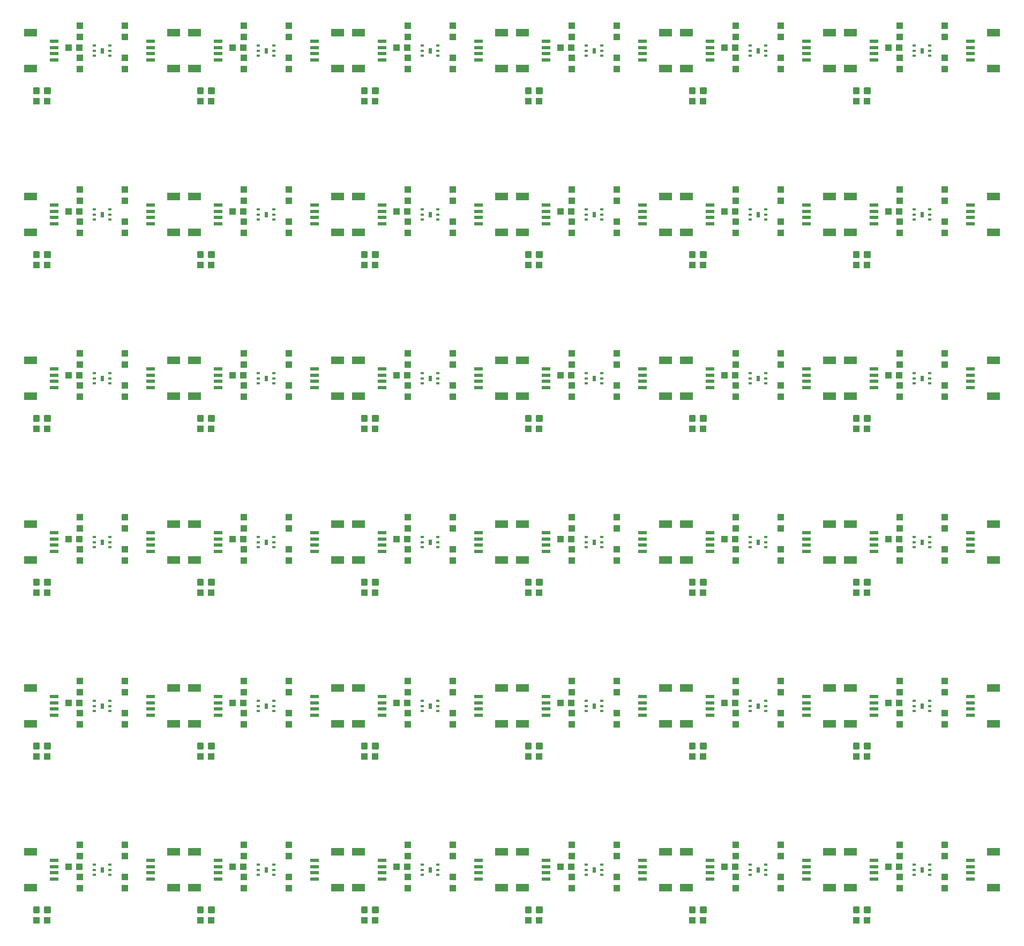
<source format=gtp>
G04 EAGLE Gerber RS-274X export*
G75*
%MOMM*%
%FSLAX34Y34*%
%LPD*%
%INSolderpaste Top*%
%IPPOS*%
%AMOC8*
5,1,8,0,0,1.08239X$1,22.5*%
G01*
%ADD10R,2.000000X1.200000*%
%ADD11R,1.350000X0.600000*%
%ADD12R,1.000000X1.100000*%
%ADD13R,1.100000X1.000000*%
%ADD14C,0.300000*%
%ADD15R,0.550000X0.400000*%
%ADD16R,0.600000X0.850000*%


D10*
X14050Y155000D03*
X14050Y99000D03*
D11*
X50800Y142000D03*
X50800Y132000D03*
X50800Y122000D03*
X50800Y112000D03*
D12*
X162560Y115180D03*
X162560Y98180D03*
D10*
X239950Y99000D03*
X239950Y155000D03*
D11*
X203200Y112000D03*
X203200Y122000D03*
X203200Y132000D03*
X203200Y142000D03*
D13*
X40250Y46990D03*
X23250Y46990D03*
D14*
X26480Y60000D02*
X26480Y67000D01*
X26480Y60000D02*
X19480Y60000D01*
X19480Y67000D01*
X26480Y67000D01*
X26480Y62850D02*
X19480Y62850D01*
X19480Y65700D02*
X26480Y65700D01*
X44020Y67000D02*
X44020Y60000D01*
X37020Y60000D01*
X37020Y67000D01*
X44020Y67000D01*
X44020Y62850D02*
X37020Y62850D01*
X37020Y65700D02*
X44020Y65700D01*
D12*
X91440Y148980D03*
X91440Y165980D03*
X162560Y148980D03*
X162560Y165980D03*
D15*
X114500Y135000D03*
X114500Y127000D03*
X114500Y119000D03*
X139500Y135000D03*
X139500Y127000D03*
X139500Y119000D03*
D16*
X127000Y127000D03*
D12*
X91440Y115180D03*
X91440Y98180D03*
D13*
X74050Y132080D03*
X91050Y132080D03*
D10*
X273130Y155000D03*
X273130Y99000D03*
D11*
X309880Y142000D03*
X309880Y132000D03*
X309880Y122000D03*
X309880Y112000D03*
D12*
X421640Y115180D03*
X421640Y98180D03*
D10*
X499030Y99000D03*
X499030Y155000D03*
D11*
X462280Y112000D03*
X462280Y122000D03*
X462280Y132000D03*
X462280Y142000D03*
D13*
X299330Y46990D03*
X282330Y46990D03*
D14*
X285560Y60000D02*
X285560Y67000D01*
X285560Y60000D02*
X278560Y60000D01*
X278560Y67000D01*
X285560Y67000D01*
X285560Y62850D02*
X278560Y62850D01*
X278560Y65700D02*
X285560Y65700D01*
X303100Y67000D02*
X303100Y60000D01*
X296100Y60000D01*
X296100Y67000D01*
X303100Y67000D01*
X303100Y62850D02*
X296100Y62850D01*
X296100Y65700D02*
X303100Y65700D01*
D12*
X350520Y148980D03*
X350520Y165980D03*
X421640Y148980D03*
X421640Y165980D03*
D15*
X373580Y135000D03*
X373580Y127000D03*
X373580Y119000D03*
X398580Y135000D03*
X398580Y127000D03*
X398580Y119000D03*
D16*
X386080Y127000D03*
D12*
X350520Y115180D03*
X350520Y98180D03*
D13*
X333130Y132080D03*
X350130Y132080D03*
D10*
X532210Y155000D03*
X532210Y99000D03*
D11*
X568960Y142000D03*
X568960Y132000D03*
X568960Y122000D03*
X568960Y112000D03*
D12*
X680720Y115180D03*
X680720Y98180D03*
D10*
X758110Y99000D03*
X758110Y155000D03*
D11*
X721360Y112000D03*
X721360Y122000D03*
X721360Y132000D03*
X721360Y142000D03*
D13*
X558410Y46990D03*
X541410Y46990D03*
D14*
X544640Y60000D02*
X544640Y67000D01*
X544640Y60000D02*
X537640Y60000D01*
X537640Y67000D01*
X544640Y67000D01*
X544640Y62850D02*
X537640Y62850D01*
X537640Y65700D02*
X544640Y65700D01*
X562180Y67000D02*
X562180Y60000D01*
X555180Y60000D01*
X555180Y67000D01*
X562180Y67000D01*
X562180Y62850D02*
X555180Y62850D01*
X555180Y65700D02*
X562180Y65700D01*
D12*
X609600Y148980D03*
X609600Y165980D03*
X680720Y148980D03*
X680720Y165980D03*
D15*
X632660Y135000D03*
X632660Y127000D03*
X632660Y119000D03*
X657660Y135000D03*
X657660Y127000D03*
X657660Y119000D03*
D16*
X645160Y127000D03*
D12*
X609600Y115180D03*
X609600Y98180D03*
D13*
X592210Y132080D03*
X609210Y132080D03*
D10*
X791290Y155000D03*
X791290Y99000D03*
D11*
X828040Y142000D03*
X828040Y132000D03*
X828040Y122000D03*
X828040Y112000D03*
D12*
X939800Y115180D03*
X939800Y98180D03*
D10*
X1017190Y99000D03*
X1017190Y155000D03*
D11*
X980440Y112000D03*
X980440Y122000D03*
X980440Y132000D03*
X980440Y142000D03*
D13*
X817490Y46990D03*
X800490Y46990D03*
D14*
X803720Y60000D02*
X803720Y67000D01*
X803720Y60000D02*
X796720Y60000D01*
X796720Y67000D01*
X803720Y67000D01*
X803720Y62850D02*
X796720Y62850D01*
X796720Y65700D02*
X803720Y65700D01*
X821260Y67000D02*
X821260Y60000D01*
X814260Y60000D01*
X814260Y67000D01*
X821260Y67000D01*
X821260Y62850D02*
X814260Y62850D01*
X814260Y65700D02*
X821260Y65700D01*
D12*
X868680Y148980D03*
X868680Y165980D03*
X939800Y148980D03*
X939800Y165980D03*
D15*
X891740Y135000D03*
X891740Y127000D03*
X891740Y119000D03*
X916740Y135000D03*
X916740Y127000D03*
X916740Y119000D03*
D16*
X904240Y127000D03*
D12*
X868680Y115180D03*
X868680Y98180D03*
D13*
X851290Y132080D03*
X868290Y132080D03*
D10*
X1050370Y155000D03*
X1050370Y99000D03*
D11*
X1087120Y142000D03*
X1087120Y132000D03*
X1087120Y122000D03*
X1087120Y112000D03*
D12*
X1198880Y115180D03*
X1198880Y98180D03*
D10*
X1276270Y99000D03*
X1276270Y155000D03*
D11*
X1239520Y112000D03*
X1239520Y122000D03*
X1239520Y132000D03*
X1239520Y142000D03*
D13*
X1076570Y46990D03*
X1059570Y46990D03*
D14*
X1062800Y60000D02*
X1062800Y67000D01*
X1062800Y60000D02*
X1055800Y60000D01*
X1055800Y67000D01*
X1062800Y67000D01*
X1062800Y62850D02*
X1055800Y62850D01*
X1055800Y65700D02*
X1062800Y65700D01*
X1080340Y67000D02*
X1080340Y60000D01*
X1073340Y60000D01*
X1073340Y67000D01*
X1080340Y67000D01*
X1080340Y62850D02*
X1073340Y62850D01*
X1073340Y65700D02*
X1080340Y65700D01*
D12*
X1127760Y148980D03*
X1127760Y165980D03*
X1198880Y148980D03*
X1198880Y165980D03*
D15*
X1150820Y135000D03*
X1150820Y127000D03*
X1150820Y119000D03*
X1175820Y135000D03*
X1175820Y127000D03*
X1175820Y119000D03*
D16*
X1163320Y127000D03*
D12*
X1127760Y115180D03*
X1127760Y98180D03*
D13*
X1110370Y132080D03*
X1127370Y132080D03*
D10*
X1309450Y155000D03*
X1309450Y99000D03*
D11*
X1346200Y142000D03*
X1346200Y132000D03*
X1346200Y122000D03*
X1346200Y112000D03*
D12*
X1457960Y115180D03*
X1457960Y98180D03*
D10*
X1535350Y99000D03*
X1535350Y155000D03*
D11*
X1498600Y112000D03*
X1498600Y122000D03*
X1498600Y132000D03*
X1498600Y142000D03*
D13*
X1335650Y46990D03*
X1318650Y46990D03*
D14*
X1321880Y60000D02*
X1321880Y67000D01*
X1321880Y60000D02*
X1314880Y60000D01*
X1314880Y67000D01*
X1321880Y67000D01*
X1321880Y62850D02*
X1314880Y62850D01*
X1314880Y65700D02*
X1321880Y65700D01*
X1339420Y67000D02*
X1339420Y60000D01*
X1332420Y60000D01*
X1332420Y67000D01*
X1339420Y67000D01*
X1339420Y62850D02*
X1332420Y62850D01*
X1332420Y65700D02*
X1339420Y65700D01*
D12*
X1386840Y148980D03*
X1386840Y165980D03*
X1457960Y148980D03*
X1457960Y165980D03*
D15*
X1409900Y135000D03*
X1409900Y127000D03*
X1409900Y119000D03*
X1434900Y135000D03*
X1434900Y127000D03*
X1434900Y119000D03*
D16*
X1422400Y127000D03*
D12*
X1386840Y115180D03*
X1386840Y98180D03*
D13*
X1369450Y132080D03*
X1386450Y132080D03*
D10*
X14050Y414080D03*
X14050Y358080D03*
D11*
X50800Y401080D03*
X50800Y391080D03*
X50800Y381080D03*
X50800Y371080D03*
D12*
X162560Y374260D03*
X162560Y357260D03*
D10*
X239950Y358080D03*
X239950Y414080D03*
D11*
X203200Y371080D03*
X203200Y381080D03*
X203200Y391080D03*
X203200Y401080D03*
D13*
X40250Y306070D03*
X23250Y306070D03*
D14*
X26480Y319080D02*
X26480Y326080D01*
X26480Y319080D02*
X19480Y319080D01*
X19480Y326080D01*
X26480Y326080D01*
X26480Y321930D02*
X19480Y321930D01*
X19480Y324780D02*
X26480Y324780D01*
X44020Y326080D02*
X44020Y319080D01*
X37020Y319080D01*
X37020Y326080D01*
X44020Y326080D01*
X44020Y321930D02*
X37020Y321930D01*
X37020Y324780D02*
X44020Y324780D01*
D12*
X91440Y408060D03*
X91440Y425060D03*
X162560Y408060D03*
X162560Y425060D03*
D15*
X114500Y394080D03*
X114500Y386080D03*
X114500Y378080D03*
X139500Y394080D03*
X139500Y386080D03*
X139500Y378080D03*
D16*
X127000Y386080D03*
D12*
X91440Y374260D03*
X91440Y357260D03*
D13*
X74050Y391160D03*
X91050Y391160D03*
D10*
X273130Y414080D03*
X273130Y358080D03*
D11*
X309880Y401080D03*
X309880Y391080D03*
X309880Y381080D03*
X309880Y371080D03*
D12*
X421640Y374260D03*
X421640Y357260D03*
D10*
X499030Y358080D03*
X499030Y414080D03*
D11*
X462280Y371080D03*
X462280Y381080D03*
X462280Y391080D03*
X462280Y401080D03*
D13*
X299330Y306070D03*
X282330Y306070D03*
D14*
X285560Y319080D02*
X285560Y326080D01*
X285560Y319080D02*
X278560Y319080D01*
X278560Y326080D01*
X285560Y326080D01*
X285560Y321930D02*
X278560Y321930D01*
X278560Y324780D02*
X285560Y324780D01*
X303100Y326080D02*
X303100Y319080D01*
X296100Y319080D01*
X296100Y326080D01*
X303100Y326080D01*
X303100Y321930D02*
X296100Y321930D01*
X296100Y324780D02*
X303100Y324780D01*
D12*
X350520Y408060D03*
X350520Y425060D03*
X421640Y408060D03*
X421640Y425060D03*
D15*
X373580Y394080D03*
X373580Y386080D03*
X373580Y378080D03*
X398580Y394080D03*
X398580Y386080D03*
X398580Y378080D03*
D16*
X386080Y386080D03*
D12*
X350520Y374260D03*
X350520Y357260D03*
D13*
X333130Y391160D03*
X350130Y391160D03*
D10*
X532210Y414080D03*
X532210Y358080D03*
D11*
X568960Y401080D03*
X568960Y391080D03*
X568960Y381080D03*
X568960Y371080D03*
D12*
X680720Y374260D03*
X680720Y357260D03*
D10*
X758110Y358080D03*
X758110Y414080D03*
D11*
X721360Y371080D03*
X721360Y381080D03*
X721360Y391080D03*
X721360Y401080D03*
D13*
X558410Y306070D03*
X541410Y306070D03*
D14*
X544640Y319080D02*
X544640Y326080D01*
X544640Y319080D02*
X537640Y319080D01*
X537640Y326080D01*
X544640Y326080D01*
X544640Y321930D02*
X537640Y321930D01*
X537640Y324780D02*
X544640Y324780D01*
X562180Y326080D02*
X562180Y319080D01*
X555180Y319080D01*
X555180Y326080D01*
X562180Y326080D01*
X562180Y321930D02*
X555180Y321930D01*
X555180Y324780D02*
X562180Y324780D01*
D12*
X609600Y408060D03*
X609600Y425060D03*
X680720Y408060D03*
X680720Y425060D03*
D15*
X632660Y394080D03*
X632660Y386080D03*
X632660Y378080D03*
X657660Y394080D03*
X657660Y386080D03*
X657660Y378080D03*
D16*
X645160Y386080D03*
D12*
X609600Y374260D03*
X609600Y357260D03*
D13*
X592210Y391160D03*
X609210Y391160D03*
D10*
X791290Y414080D03*
X791290Y358080D03*
D11*
X828040Y401080D03*
X828040Y391080D03*
X828040Y381080D03*
X828040Y371080D03*
D12*
X939800Y374260D03*
X939800Y357260D03*
D10*
X1017190Y358080D03*
X1017190Y414080D03*
D11*
X980440Y371080D03*
X980440Y381080D03*
X980440Y391080D03*
X980440Y401080D03*
D13*
X817490Y306070D03*
X800490Y306070D03*
D14*
X803720Y319080D02*
X803720Y326080D01*
X803720Y319080D02*
X796720Y319080D01*
X796720Y326080D01*
X803720Y326080D01*
X803720Y321930D02*
X796720Y321930D01*
X796720Y324780D02*
X803720Y324780D01*
X821260Y326080D02*
X821260Y319080D01*
X814260Y319080D01*
X814260Y326080D01*
X821260Y326080D01*
X821260Y321930D02*
X814260Y321930D01*
X814260Y324780D02*
X821260Y324780D01*
D12*
X868680Y408060D03*
X868680Y425060D03*
X939800Y408060D03*
X939800Y425060D03*
D15*
X891740Y394080D03*
X891740Y386080D03*
X891740Y378080D03*
X916740Y394080D03*
X916740Y386080D03*
X916740Y378080D03*
D16*
X904240Y386080D03*
D12*
X868680Y374260D03*
X868680Y357260D03*
D13*
X851290Y391160D03*
X868290Y391160D03*
D10*
X1050370Y414080D03*
X1050370Y358080D03*
D11*
X1087120Y401080D03*
X1087120Y391080D03*
X1087120Y381080D03*
X1087120Y371080D03*
D12*
X1198880Y374260D03*
X1198880Y357260D03*
D10*
X1276270Y358080D03*
X1276270Y414080D03*
D11*
X1239520Y371080D03*
X1239520Y381080D03*
X1239520Y391080D03*
X1239520Y401080D03*
D13*
X1076570Y306070D03*
X1059570Y306070D03*
D14*
X1062800Y319080D02*
X1062800Y326080D01*
X1062800Y319080D02*
X1055800Y319080D01*
X1055800Y326080D01*
X1062800Y326080D01*
X1062800Y321930D02*
X1055800Y321930D01*
X1055800Y324780D02*
X1062800Y324780D01*
X1080340Y326080D02*
X1080340Y319080D01*
X1073340Y319080D01*
X1073340Y326080D01*
X1080340Y326080D01*
X1080340Y321930D02*
X1073340Y321930D01*
X1073340Y324780D02*
X1080340Y324780D01*
D12*
X1127760Y408060D03*
X1127760Y425060D03*
X1198880Y408060D03*
X1198880Y425060D03*
D15*
X1150820Y394080D03*
X1150820Y386080D03*
X1150820Y378080D03*
X1175820Y394080D03*
X1175820Y386080D03*
X1175820Y378080D03*
D16*
X1163320Y386080D03*
D12*
X1127760Y374260D03*
X1127760Y357260D03*
D13*
X1110370Y391160D03*
X1127370Y391160D03*
D10*
X1309450Y414080D03*
X1309450Y358080D03*
D11*
X1346200Y401080D03*
X1346200Y391080D03*
X1346200Y381080D03*
X1346200Y371080D03*
D12*
X1457960Y374260D03*
X1457960Y357260D03*
D10*
X1535350Y358080D03*
X1535350Y414080D03*
D11*
X1498600Y371080D03*
X1498600Y381080D03*
X1498600Y391080D03*
X1498600Y401080D03*
D13*
X1335650Y306070D03*
X1318650Y306070D03*
D14*
X1321880Y319080D02*
X1321880Y326080D01*
X1321880Y319080D02*
X1314880Y319080D01*
X1314880Y326080D01*
X1321880Y326080D01*
X1321880Y321930D02*
X1314880Y321930D01*
X1314880Y324780D02*
X1321880Y324780D01*
X1339420Y326080D02*
X1339420Y319080D01*
X1332420Y319080D01*
X1332420Y326080D01*
X1339420Y326080D01*
X1339420Y321930D02*
X1332420Y321930D01*
X1332420Y324780D02*
X1339420Y324780D01*
D12*
X1386840Y408060D03*
X1386840Y425060D03*
X1457960Y408060D03*
X1457960Y425060D03*
D15*
X1409900Y394080D03*
X1409900Y386080D03*
X1409900Y378080D03*
X1434900Y394080D03*
X1434900Y386080D03*
X1434900Y378080D03*
D16*
X1422400Y386080D03*
D12*
X1386840Y374260D03*
X1386840Y357260D03*
D13*
X1369450Y391160D03*
X1386450Y391160D03*
D10*
X14050Y673160D03*
X14050Y617160D03*
D11*
X50800Y660160D03*
X50800Y650160D03*
X50800Y640160D03*
X50800Y630160D03*
D12*
X162560Y633340D03*
X162560Y616340D03*
D10*
X239950Y617160D03*
X239950Y673160D03*
D11*
X203200Y630160D03*
X203200Y640160D03*
X203200Y650160D03*
X203200Y660160D03*
D13*
X40250Y565150D03*
X23250Y565150D03*
D14*
X26480Y578160D02*
X26480Y585160D01*
X26480Y578160D02*
X19480Y578160D01*
X19480Y585160D01*
X26480Y585160D01*
X26480Y581010D02*
X19480Y581010D01*
X19480Y583860D02*
X26480Y583860D01*
X44020Y585160D02*
X44020Y578160D01*
X37020Y578160D01*
X37020Y585160D01*
X44020Y585160D01*
X44020Y581010D02*
X37020Y581010D01*
X37020Y583860D02*
X44020Y583860D01*
D12*
X91440Y667140D03*
X91440Y684140D03*
X162560Y667140D03*
X162560Y684140D03*
D15*
X114500Y653160D03*
X114500Y645160D03*
X114500Y637160D03*
X139500Y653160D03*
X139500Y645160D03*
X139500Y637160D03*
D16*
X127000Y645160D03*
D12*
X91440Y633340D03*
X91440Y616340D03*
D13*
X74050Y650240D03*
X91050Y650240D03*
D10*
X273130Y673160D03*
X273130Y617160D03*
D11*
X309880Y660160D03*
X309880Y650160D03*
X309880Y640160D03*
X309880Y630160D03*
D12*
X421640Y633340D03*
X421640Y616340D03*
D10*
X499030Y617160D03*
X499030Y673160D03*
D11*
X462280Y630160D03*
X462280Y640160D03*
X462280Y650160D03*
X462280Y660160D03*
D13*
X299330Y565150D03*
X282330Y565150D03*
D14*
X285560Y578160D02*
X285560Y585160D01*
X285560Y578160D02*
X278560Y578160D01*
X278560Y585160D01*
X285560Y585160D01*
X285560Y581010D02*
X278560Y581010D01*
X278560Y583860D02*
X285560Y583860D01*
X303100Y585160D02*
X303100Y578160D01*
X296100Y578160D01*
X296100Y585160D01*
X303100Y585160D01*
X303100Y581010D02*
X296100Y581010D01*
X296100Y583860D02*
X303100Y583860D01*
D12*
X350520Y667140D03*
X350520Y684140D03*
X421640Y667140D03*
X421640Y684140D03*
D15*
X373580Y653160D03*
X373580Y645160D03*
X373580Y637160D03*
X398580Y653160D03*
X398580Y645160D03*
X398580Y637160D03*
D16*
X386080Y645160D03*
D12*
X350520Y633340D03*
X350520Y616340D03*
D13*
X333130Y650240D03*
X350130Y650240D03*
D10*
X532210Y673160D03*
X532210Y617160D03*
D11*
X568960Y660160D03*
X568960Y650160D03*
X568960Y640160D03*
X568960Y630160D03*
D12*
X680720Y633340D03*
X680720Y616340D03*
D10*
X758110Y617160D03*
X758110Y673160D03*
D11*
X721360Y630160D03*
X721360Y640160D03*
X721360Y650160D03*
X721360Y660160D03*
D13*
X558410Y565150D03*
X541410Y565150D03*
D14*
X544640Y578160D02*
X544640Y585160D01*
X544640Y578160D02*
X537640Y578160D01*
X537640Y585160D01*
X544640Y585160D01*
X544640Y581010D02*
X537640Y581010D01*
X537640Y583860D02*
X544640Y583860D01*
X562180Y585160D02*
X562180Y578160D01*
X555180Y578160D01*
X555180Y585160D01*
X562180Y585160D01*
X562180Y581010D02*
X555180Y581010D01*
X555180Y583860D02*
X562180Y583860D01*
D12*
X609600Y667140D03*
X609600Y684140D03*
X680720Y667140D03*
X680720Y684140D03*
D15*
X632660Y653160D03*
X632660Y645160D03*
X632660Y637160D03*
X657660Y653160D03*
X657660Y645160D03*
X657660Y637160D03*
D16*
X645160Y645160D03*
D12*
X609600Y633340D03*
X609600Y616340D03*
D13*
X592210Y650240D03*
X609210Y650240D03*
D10*
X791290Y673160D03*
X791290Y617160D03*
D11*
X828040Y660160D03*
X828040Y650160D03*
X828040Y640160D03*
X828040Y630160D03*
D12*
X939800Y633340D03*
X939800Y616340D03*
D10*
X1017190Y617160D03*
X1017190Y673160D03*
D11*
X980440Y630160D03*
X980440Y640160D03*
X980440Y650160D03*
X980440Y660160D03*
D13*
X817490Y565150D03*
X800490Y565150D03*
D14*
X803720Y578160D02*
X803720Y585160D01*
X803720Y578160D02*
X796720Y578160D01*
X796720Y585160D01*
X803720Y585160D01*
X803720Y581010D02*
X796720Y581010D01*
X796720Y583860D02*
X803720Y583860D01*
X821260Y585160D02*
X821260Y578160D01*
X814260Y578160D01*
X814260Y585160D01*
X821260Y585160D01*
X821260Y581010D02*
X814260Y581010D01*
X814260Y583860D02*
X821260Y583860D01*
D12*
X868680Y667140D03*
X868680Y684140D03*
X939800Y667140D03*
X939800Y684140D03*
D15*
X891740Y653160D03*
X891740Y645160D03*
X891740Y637160D03*
X916740Y653160D03*
X916740Y645160D03*
X916740Y637160D03*
D16*
X904240Y645160D03*
D12*
X868680Y633340D03*
X868680Y616340D03*
D13*
X851290Y650240D03*
X868290Y650240D03*
D10*
X1050370Y673160D03*
X1050370Y617160D03*
D11*
X1087120Y660160D03*
X1087120Y650160D03*
X1087120Y640160D03*
X1087120Y630160D03*
D12*
X1198880Y633340D03*
X1198880Y616340D03*
D10*
X1276270Y617160D03*
X1276270Y673160D03*
D11*
X1239520Y630160D03*
X1239520Y640160D03*
X1239520Y650160D03*
X1239520Y660160D03*
D13*
X1076570Y565150D03*
X1059570Y565150D03*
D14*
X1062800Y578160D02*
X1062800Y585160D01*
X1062800Y578160D02*
X1055800Y578160D01*
X1055800Y585160D01*
X1062800Y585160D01*
X1062800Y581010D02*
X1055800Y581010D01*
X1055800Y583860D02*
X1062800Y583860D01*
X1080340Y585160D02*
X1080340Y578160D01*
X1073340Y578160D01*
X1073340Y585160D01*
X1080340Y585160D01*
X1080340Y581010D02*
X1073340Y581010D01*
X1073340Y583860D02*
X1080340Y583860D01*
D12*
X1127760Y667140D03*
X1127760Y684140D03*
X1198880Y667140D03*
X1198880Y684140D03*
D15*
X1150820Y653160D03*
X1150820Y645160D03*
X1150820Y637160D03*
X1175820Y653160D03*
X1175820Y645160D03*
X1175820Y637160D03*
D16*
X1163320Y645160D03*
D12*
X1127760Y633340D03*
X1127760Y616340D03*
D13*
X1110370Y650240D03*
X1127370Y650240D03*
D10*
X1309450Y673160D03*
X1309450Y617160D03*
D11*
X1346200Y660160D03*
X1346200Y650160D03*
X1346200Y640160D03*
X1346200Y630160D03*
D12*
X1457960Y633340D03*
X1457960Y616340D03*
D10*
X1535350Y617160D03*
X1535350Y673160D03*
D11*
X1498600Y630160D03*
X1498600Y640160D03*
X1498600Y650160D03*
X1498600Y660160D03*
D13*
X1335650Y565150D03*
X1318650Y565150D03*
D14*
X1321880Y578160D02*
X1321880Y585160D01*
X1321880Y578160D02*
X1314880Y578160D01*
X1314880Y585160D01*
X1321880Y585160D01*
X1321880Y581010D02*
X1314880Y581010D01*
X1314880Y583860D02*
X1321880Y583860D01*
X1339420Y585160D02*
X1339420Y578160D01*
X1332420Y578160D01*
X1332420Y585160D01*
X1339420Y585160D01*
X1339420Y581010D02*
X1332420Y581010D01*
X1332420Y583860D02*
X1339420Y583860D01*
D12*
X1386840Y667140D03*
X1386840Y684140D03*
X1457960Y667140D03*
X1457960Y684140D03*
D15*
X1409900Y653160D03*
X1409900Y645160D03*
X1409900Y637160D03*
X1434900Y653160D03*
X1434900Y645160D03*
X1434900Y637160D03*
D16*
X1422400Y645160D03*
D12*
X1386840Y633340D03*
X1386840Y616340D03*
D13*
X1369450Y650240D03*
X1386450Y650240D03*
D10*
X14050Y932240D03*
X14050Y876240D03*
D11*
X50800Y919240D03*
X50800Y909240D03*
X50800Y899240D03*
X50800Y889240D03*
D12*
X162560Y892420D03*
X162560Y875420D03*
D10*
X239950Y876240D03*
X239950Y932240D03*
D11*
X203200Y889240D03*
X203200Y899240D03*
X203200Y909240D03*
X203200Y919240D03*
D13*
X40250Y824230D03*
X23250Y824230D03*
D14*
X26480Y837240D02*
X26480Y844240D01*
X26480Y837240D02*
X19480Y837240D01*
X19480Y844240D01*
X26480Y844240D01*
X26480Y840090D02*
X19480Y840090D01*
X19480Y842940D02*
X26480Y842940D01*
X44020Y844240D02*
X44020Y837240D01*
X37020Y837240D01*
X37020Y844240D01*
X44020Y844240D01*
X44020Y840090D02*
X37020Y840090D01*
X37020Y842940D02*
X44020Y842940D01*
D12*
X91440Y926220D03*
X91440Y943220D03*
X162560Y926220D03*
X162560Y943220D03*
D15*
X114500Y912240D03*
X114500Y904240D03*
X114500Y896240D03*
X139500Y912240D03*
X139500Y904240D03*
X139500Y896240D03*
D16*
X127000Y904240D03*
D12*
X91440Y892420D03*
X91440Y875420D03*
D13*
X74050Y909320D03*
X91050Y909320D03*
D10*
X273130Y932240D03*
X273130Y876240D03*
D11*
X309880Y919240D03*
X309880Y909240D03*
X309880Y899240D03*
X309880Y889240D03*
D12*
X421640Y892420D03*
X421640Y875420D03*
D10*
X499030Y876240D03*
X499030Y932240D03*
D11*
X462280Y889240D03*
X462280Y899240D03*
X462280Y909240D03*
X462280Y919240D03*
D13*
X299330Y824230D03*
X282330Y824230D03*
D14*
X285560Y837240D02*
X285560Y844240D01*
X285560Y837240D02*
X278560Y837240D01*
X278560Y844240D01*
X285560Y844240D01*
X285560Y840090D02*
X278560Y840090D01*
X278560Y842940D02*
X285560Y842940D01*
X303100Y844240D02*
X303100Y837240D01*
X296100Y837240D01*
X296100Y844240D01*
X303100Y844240D01*
X303100Y840090D02*
X296100Y840090D01*
X296100Y842940D02*
X303100Y842940D01*
D12*
X350520Y926220D03*
X350520Y943220D03*
X421640Y926220D03*
X421640Y943220D03*
D15*
X373580Y912240D03*
X373580Y904240D03*
X373580Y896240D03*
X398580Y912240D03*
X398580Y904240D03*
X398580Y896240D03*
D16*
X386080Y904240D03*
D12*
X350520Y892420D03*
X350520Y875420D03*
D13*
X333130Y909320D03*
X350130Y909320D03*
D10*
X532210Y932240D03*
X532210Y876240D03*
D11*
X568960Y919240D03*
X568960Y909240D03*
X568960Y899240D03*
X568960Y889240D03*
D12*
X680720Y892420D03*
X680720Y875420D03*
D10*
X758110Y876240D03*
X758110Y932240D03*
D11*
X721360Y889240D03*
X721360Y899240D03*
X721360Y909240D03*
X721360Y919240D03*
D13*
X558410Y824230D03*
X541410Y824230D03*
D14*
X544640Y837240D02*
X544640Y844240D01*
X544640Y837240D02*
X537640Y837240D01*
X537640Y844240D01*
X544640Y844240D01*
X544640Y840090D02*
X537640Y840090D01*
X537640Y842940D02*
X544640Y842940D01*
X562180Y844240D02*
X562180Y837240D01*
X555180Y837240D01*
X555180Y844240D01*
X562180Y844240D01*
X562180Y840090D02*
X555180Y840090D01*
X555180Y842940D02*
X562180Y842940D01*
D12*
X609600Y926220D03*
X609600Y943220D03*
X680720Y926220D03*
X680720Y943220D03*
D15*
X632660Y912240D03*
X632660Y904240D03*
X632660Y896240D03*
X657660Y912240D03*
X657660Y904240D03*
X657660Y896240D03*
D16*
X645160Y904240D03*
D12*
X609600Y892420D03*
X609600Y875420D03*
D13*
X592210Y909320D03*
X609210Y909320D03*
D10*
X791290Y932240D03*
X791290Y876240D03*
D11*
X828040Y919240D03*
X828040Y909240D03*
X828040Y899240D03*
X828040Y889240D03*
D12*
X939800Y892420D03*
X939800Y875420D03*
D10*
X1017190Y876240D03*
X1017190Y932240D03*
D11*
X980440Y889240D03*
X980440Y899240D03*
X980440Y909240D03*
X980440Y919240D03*
D13*
X817490Y824230D03*
X800490Y824230D03*
D14*
X803720Y837240D02*
X803720Y844240D01*
X803720Y837240D02*
X796720Y837240D01*
X796720Y844240D01*
X803720Y844240D01*
X803720Y840090D02*
X796720Y840090D01*
X796720Y842940D02*
X803720Y842940D01*
X821260Y844240D02*
X821260Y837240D01*
X814260Y837240D01*
X814260Y844240D01*
X821260Y844240D01*
X821260Y840090D02*
X814260Y840090D01*
X814260Y842940D02*
X821260Y842940D01*
D12*
X868680Y926220D03*
X868680Y943220D03*
X939800Y926220D03*
X939800Y943220D03*
D15*
X891740Y912240D03*
X891740Y904240D03*
X891740Y896240D03*
X916740Y912240D03*
X916740Y904240D03*
X916740Y896240D03*
D16*
X904240Y904240D03*
D12*
X868680Y892420D03*
X868680Y875420D03*
D13*
X851290Y909320D03*
X868290Y909320D03*
D10*
X1050370Y932240D03*
X1050370Y876240D03*
D11*
X1087120Y919240D03*
X1087120Y909240D03*
X1087120Y899240D03*
X1087120Y889240D03*
D12*
X1198880Y892420D03*
X1198880Y875420D03*
D10*
X1276270Y876240D03*
X1276270Y932240D03*
D11*
X1239520Y889240D03*
X1239520Y899240D03*
X1239520Y909240D03*
X1239520Y919240D03*
D13*
X1076570Y824230D03*
X1059570Y824230D03*
D14*
X1062800Y837240D02*
X1062800Y844240D01*
X1062800Y837240D02*
X1055800Y837240D01*
X1055800Y844240D01*
X1062800Y844240D01*
X1062800Y840090D02*
X1055800Y840090D01*
X1055800Y842940D02*
X1062800Y842940D01*
X1080340Y844240D02*
X1080340Y837240D01*
X1073340Y837240D01*
X1073340Y844240D01*
X1080340Y844240D01*
X1080340Y840090D02*
X1073340Y840090D01*
X1073340Y842940D02*
X1080340Y842940D01*
D12*
X1127760Y926220D03*
X1127760Y943220D03*
X1198880Y926220D03*
X1198880Y943220D03*
D15*
X1150820Y912240D03*
X1150820Y904240D03*
X1150820Y896240D03*
X1175820Y912240D03*
X1175820Y904240D03*
X1175820Y896240D03*
D16*
X1163320Y904240D03*
D12*
X1127760Y892420D03*
X1127760Y875420D03*
D13*
X1110370Y909320D03*
X1127370Y909320D03*
D10*
X1309450Y932240D03*
X1309450Y876240D03*
D11*
X1346200Y919240D03*
X1346200Y909240D03*
X1346200Y899240D03*
X1346200Y889240D03*
D12*
X1457960Y892420D03*
X1457960Y875420D03*
D10*
X1535350Y876240D03*
X1535350Y932240D03*
D11*
X1498600Y889240D03*
X1498600Y899240D03*
X1498600Y909240D03*
X1498600Y919240D03*
D13*
X1335650Y824230D03*
X1318650Y824230D03*
D14*
X1321880Y837240D02*
X1321880Y844240D01*
X1321880Y837240D02*
X1314880Y837240D01*
X1314880Y844240D01*
X1321880Y844240D01*
X1321880Y840090D02*
X1314880Y840090D01*
X1314880Y842940D02*
X1321880Y842940D01*
X1339420Y844240D02*
X1339420Y837240D01*
X1332420Y837240D01*
X1332420Y844240D01*
X1339420Y844240D01*
X1339420Y840090D02*
X1332420Y840090D01*
X1332420Y842940D02*
X1339420Y842940D01*
D12*
X1386840Y926220D03*
X1386840Y943220D03*
X1457960Y926220D03*
X1457960Y943220D03*
D15*
X1409900Y912240D03*
X1409900Y904240D03*
X1409900Y896240D03*
X1434900Y912240D03*
X1434900Y904240D03*
X1434900Y896240D03*
D16*
X1422400Y904240D03*
D12*
X1386840Y892420D03*
X1386840Y875420D03*
D13*
X1369450Y909320D03*
X1386450Y909320D03*
D10*
X14050Y1191320D03*
X14050Y1135320D03*
D11*
X50800Y1178320D03*
X50800Y1168320D03*
X50800Y1158320D03*
X50800Y1148320D03*
D12*
X162560Y1151500D03*
X162560Y1134500D03*
D10*
X239950Y1135320D03*
X239950Y1191320D03*
D11*
X203200Y1148320D03*
X203200Y1158320D03*
X203200Y1168320D03*
X203200Y1178320D03*
D13*
X40250Y1083310D03*
X23250Y1083310D03*
D14*
X26480Y1096320D02*
X26480Y1103320D01*
X26480Y1096320D02*
X19480Y1096320D01*
X19480Y1103320D01*
X26480Y1103320D01*
X26480Y1099170D02*
X19480Y1099170D01*
X19480Y1102020D02*
X26480Y1102020D01*
X44020Y1103320D02*
X44020Y1096320D01*
X37020Y1096320D01*
X37020Y1103320D01*
X44020Y1103320D01*
X44020Y1099170D02*
X37020Y1099170D01*
X37020Y1102020D02*
X44020Y1102020D01*
D12*
X91440Y1185300D03*
X91440Y1202300D03*
X162560Y1185300D03*
X162560Y1202300D03*
D15*
X114500Y1171320D03*
X114500Y1163320D03*
X114500Y1155320D03*
X139500Y1171320D03*
X139500Y1163320D03*
X139500Y1155320D03*
D16*
X127000Y1163320D03*
D12*
X91440Y1151500D03*
X91440Y1134500D03*
D13*
X74050Y1168400D03*
X91050Y1168400D03*
D10*
X273130Y1191320D03*
X273130Y1135320D03*
D11*
X309880Y1178320D03*
X309880Y1168320D03*
X309880Y1158320D03*
X309880Y1148320D03*
D12*
X421640Y1151500D03*
X421640Y1134500D03*
D10*
X499030Y1135320D03*
X499030Y1191320D03*
D11*
X462280Y1148320D03*
X462280Y1158320D03*
X462280Y1168320D03*
X462280Y1178320D03*
D13*
X299330Y1083310D03*
X282330Y1083310D03*
D14*
X285560Y1096320D02*
X285560Y1103320D01*
X285560Y1096320D02*
X278560Y1096320D01*
X278560Y1103320D01*
X285560Y1103320D01*
X285560Y1099170D02*
X278560Y1099170D01*
X278560Y1102020D02*
X285560Y1102020D01*
X303100Y1103320D02*
X303100Y1096320D01*
X296100Y1096320D01*
X296100Y1103320D01*
X303100Y1103320D01*
X303100Y1099170D02*
X296100Y1099170D01*
X296100Y1102020D02*
X303100Y1102020D01*
D12*
X350520Y1185300D03*
X350520Y1202300D03*
X421640Y1185300D03*
X421640Y1202300D03*
D15*
X373580Y1171320D03*
X373580Y1163320D03*
X373580Y1155320D03*
X398580Y1171320D03*
X398580Y1163320D03*
X398580Y1155320D03*
D16*
X386080Y1163320D03*
D12*
X350520Y1151500D03*
X350520Y1134500D03*
D13*
X333130Y1168400D03*
X350130Y1168400D03*
D10*
X532210Y1191320D03*
X532210Y1135320D03*
D11*
X568960Y1178320D03*
X568960Y1168320D03*
X568960Y1158320D03*
X568960Y1148320D03*
D12*
X680720Y1151500D03*
X680720Y1134500D03*
D10*
X758110Y1135320D03*
X758110Y1191320D03*
D11*
X721360Y1148320D03*
X721360Y1158320D03*
X721360Y1168320D03*
X721360Y1178320D03*
D13*
X558410Y1083310D03*
X541410Y1083310D03*
D14*
X544640Y1096320D02*
X544640Y1103320D01*
X544640Y1096320D02*
X537640Y1096320D01*
X537640Y1103320D01*
X544640Y1103320D01*
X544640Y1099170D02*
X537640Y1099170D01*
X537640Y1102020D02*
X544640Y1102020D01*
X562180Y1103320D02*
X562180Y1096320D01*
X555180Y1096320D01*
X555180Y1103320D01*
X562180Y1103320D01*
X562180Y1099170D02*
X555180Y1099170D01*
X555180Y1102020D02*
X562180Y1102020D01*
D12*
X609600Y1185300D03*
X609600Y1202300D03*
X680720Y1185300D03*
X680720Y1202300D03*
D15*
X632660Y1171320D03*
X632660Y1163320D03*
X632660Y1155320D03*
X657660Y1171320D03*
X657660Y1163320D03*
X657660Y1155320D03*
D16*
X645160Y1163320D03*
D12*
X609600Y1151500D03*
X609600Y1134500D03*
D13*
X592210Y1168400D03*
X609210Y1168400D03*
D10*
X791290Y1191320D03*
X791290Y1135320D03*
D11*
X828040Y1178320D03*
X828040Y1168320D03*
X828040Y1158320D03*
X828040Y1148320D03*
D12*
X939800Y1151500D03*
X939800Y1134500D03*
D10*
X1017190Y1135320D03*
X1017190Y1191320D03*
D11*
X980440Y1148320D03*
X980440Y1158320D03*
X980440Y1168320D03*
X980440Y1178320D03*
D13*
X817490Y1083310D03*
X800490Y1083310D03*
D14*
X803720Y1096320D02*
X803720Y1103320D01*
X803720Y1096320D02*
X796720Y1096320D01*
X796720Y1103320D01*
X803720Y1103320D01*
X803720Y1099170D02*
X796720Y1099170D01*
X796720Y1102020D02*
X803720Y1102020D01*
X821260Y1103320D02*
X821260Y1096320D01*
X814260Y1096320D01*
X814260Y1103320D01*
X821260Y1103320D01*
X821260Y1099170D02*
X814260Y1099170D01*
X814260Y1102020D02*
X821260Y1102020D01*
D12*
X868680Y1185300D03*
X868680Y1202300D03*
X939800Y1185300D03*
X939800Y1202300D03*
D15*
X891740Y1171320D03*
X891740Y1163320D03*
X891740Y1155320D03*
X916740Y1171320D03*
X916740Y1163320D03*
X916740Y1155320D03*
D16*
X904240Y1163320D03*
D12*
X868680Y1151500D03*
X868680Y1134500D03*
D13*
X851290Y1168400D03*
X868290Y1168400D03*
D10*
X1050370Y1191320D03*
X1050370Y1135320D03*
D11*
X1087120Y1178320D03*
X1087120Y1168320D03*
X1087120Y1158320D03*
X1087120Y1148320D03*
D12*
X1198880Y1151500D03*
X1198880Y1134500D03*
D10*
X1276270Y1135320D03*
X1276270Y1191320D03*
D11*
X1239520Y1148320D03*
X1239520Y1158320D03*
X1239520Y1168320D03*
X1239520Y1178320D03*
D13*
X1076570Y1083310D03*
X1059570Y1083310D03*
D14*
X1062800Y1096320D02*
X1062800Y1103320D01*
X1062800Y1096320D02*
X1055800Y1096320D01*
X1055800Y1103320D01*
X1062800Y1103320D01*
X1062800Y1099170D02*
X1055800Y1099170D01*
X1055800Y1102020D02*
X1062800Y1102020D01*
X1080340Y1103320D02*
X1080340Y1096320D01*
X1073340Y1096320D01*
X1073340Y1103320D01*
X1080340Y1103320D01*
X1080340Y1099170D02*
X1073340Y1099170D01*
X1073340Y1102020D02*
X1080340Y1102020D01*
D12*
X1127760Y1185300D03*
X1127760Y1202300D03*
X1198880Y1185300D03*
X1198880Y1202300D03*
D15*
X1150820Y1171320D03*
X1150820Y1163320D03*
X1150820Y1155320D03*
X1175820Y1171320D03*
X1175820Y1163320D03*
X1175820Y1155320D03*
D16*
X1163320Y1163320D03*
D12*
X1127760Y1151500D03*
X1127760Y1134500D03*
D13*
X1110370Y1168400D03*
X1127370Y1168400D03*
D10*
X1309450Y1191320D03*
X1309450Y1135320D03*
D11*
X1346200Y1178320D03*
X1346200Y1168320D03*
X1346200Y1158320D03*
X1346200Y1148320D03*
D12*
X1457960Y1151500D03*
X1457960Y1134500D03*
D10*
X1535350Y1135320D03*
X1535350Y1191320D03*
D11*
X1498600Y1148320D03*
X1498600Y1158320D03*
X1498600Y1168320D03*
X1498600Y1178320D03*
D13*
X1335650Y1083310D03*
X1318650Y1083310D03*
D14*
X1321880Y1096320D02*
X1321880Y1103320D01*
X1321880Y1096320D02*
X1314880Y1096320D01*
X1314880Y1103320D01*
X1321880Y1103320D01*
X1321880Y1099170D02*
X1314880Y1099170D01*
X1314880Y1102020D02*
X1321880Y1102020D01*
X1339420Y1103320D02*
X1339420Y1096320D01*
X1332420Y1096320D01*
X1332420Y1103320D01*
X1339420Y1103320D01*
X1339420Y1099170D02*
X1332420Y1099170D01*
X1332420Y1102020D02*
X1339420Y1102020D01*
D12*
X1386840Y1185300D03*
X1386840Y1202300D03*
X1457960Y1185300D03*
X1457960Y1202300D03*
D15*
X1409900Y1171320D03*
X1409900Y1163320D03*
X1409900Y1155320D03*
X1434900Y1171320D03*
X1434900Y1163320D03*
X1434900Y1155320D03*
D16*
X1422400Y1163320D03*
D12*
X1386840Y1151500D03*
X1386840Y1134500D03*
D13*
X1369450Y1168400D03*
X1386450Y1168400D03*
D10*
X14050Y1450400D03*
X14050Y1394400D03*
D11*
X50800Y1437400D03*
X50800Y1427400D03*
X50800Y1417400D03*
X50800Y1407400D03*
D12*
X162560Y1410580D03*
X162560Y1393580D03*
D10*
X239950Y1394400D03*
X239950Y1450400D03*
D11*
X203200Y1407400D03*
X203200Y1417400D03*
X203200Y1427400D03*
X203200Y1437400D03*
D13*
X40250Y1342390D03*
X23250Y1342390D03*
D14*
X26480Y1355400D02*
X26480Y1362400D01*
X26480Y1355400D02*
X19480Y1355400D01*
X19480Y1362400D01*
X26480Y1362400D01*
X26480Y1358250D02*
X19480Y1358250D01*
X19480Y1361100D02*
X26480Y1361100D01*
X44020Y1362400D02*
X44020Y1355400D01*
X37020Y1355400D01*
X37020Y1362400D01*
X44020Y1362400D01*
X44020Y1358250D02*
X37020Y1358250D01*
X37020Y1361100D02*
X44020Y1361100D01*
D12*
X91440Y1444380D03*
X91440Y1461380D03*
X162560Y1444380D03*
X162560Y1461380D03*
D15*
X114500Y1430400D03*
X114500Y1422400D03*
X114500Y1414400D03*
X139500Y1430400D03*
X139500Y1422400D03*
X139500Y1414400D03*
D16*
X127000Y1422400D03*
D12*
X91440Y1410580D03*
X91440Y1393580D03*
D13*
X74050Y1427480D03*
X91050Y1427480D03*
D10*
X273130Y1450400D03*
X273130Y1394400D03*
D11*
X309880Y1437400D03*
X309880Y1427400D03*
X309880Y1417400D03*
X309880Y1407400D03*
D12*
X421640Y1410580D03*
X421640Y1393580D03*
D10*
X499030Y1394400D03*
X499030Y1450400D03*
D11*
X462280Y1407400D03*
X462280Y1417400D03*
X462280Y1427400D03*
X462280Y1437400D03*
D13*
X299330Y1342390D03*
X282330Y1342390D03*
D14*
X285560Y1355400D02*
X285560Y1362400D01*
X285560Y1355400D02*
X278560Y1355400D01*
X278560Y1362400D01*
X285560Y1362400D01*
X285560Y1358250D02*
X278560Y1358250D01*
X278560Y1361100D02*
X285560Y1361100D01*
X303100Y1362400D02*
X303100Y1355400D01*
X296100Y1355400D01*
X296100Y1362400D01*
X303100Y1362400D01*
X303100Y1358250D02*
X296100Y1358250D01*
X296100Y1361100D02*
X303100Y1361100D01*
D12*
X350520Y1444380D03*
X350520Y1461380D03*
X421640Y1444380D03*
X421640Y1461380D03*
D15*
X373580Y1430400D03*
X373580Y1422400D03*
X373580Y1414400D03*
X398580Y1430400D03*
X398580Y1422400D03*
X398580Y1414400D03*
D16*
X386080Y1422400D03*
D12*
X350520Y1410580D03*
X350520Y1393580D03*
D13*
X333130Y1427480D03*
X350130Y1427480D03*
D10*
X532210Y1450400D03*
X532210Y1394400D03*
D11*
X568960Y1437400D03*
X568960Y1427400D03*
X568960Y1417400D03*
X568960Y1407400D03*
D12*
X680720Y1410580D03*
X680720Y1393580D03*
D10*
X758110Y1394400D03*
X758110Y1450400D03*
D11*
X721360Y1407400D03*
X721360Y1417400D03*
X721360Y1427400D03*
X721360Y1437400D03*
D13*
X558410Y1342390D03*
X541410Y1342390D03*
D14*
X544640Y1355400D02*
X544640Y1362400D01*
X544640Y1355400D02*
X537640Y1355400D01*
X537640Y1362400D01*
X544640Y1362400D01*
X544640Y1358250D02*
X537640Y1358250D01*
X537640Y1361100D02*
X544640Y1361100D01*
X562180Y1362400D02*
X562180Y1355400D01*
X555180Y1355400D01*
X555180Y1362400D01*
X562180Y1362400D01*
X562180Y1358250D02*
X555180Y1358250D01*
X555180Y1361100D02*
X562180Y1361100D01*
D12*
X609600Y1444380D03*
X609600Y1461380D03*
X680720Y1444380D03*
X680720Y1461380D03*
D15*
X632660Y1430400D03*
X632660Y1422400D03*
X632660Y1414400D03*
X657660Y1430400D03*
X657660Y1422400D03*
X657660Y1414400D03*
D16*
X645160Y1422400D03*
D12*
X609600Y1410580D03*
X609600Y1393580D03*
D13*
X592210Y1427480D03*
X609210Y1427480D03*
D10*
X791290Y1450400D03*
X791290Y1394400D03*
D11*
X828040Y1437400D03*
X828040Y1427400D03*
X828040Y1417400D03*
X828040Y1407400D03*
D12*
X939800Y1410580D03*
X939800Y1393580D03*
D10*
X1017190Y1394400D03*
X1017190Y1450400D03*
D11*
X980440Y1407400D03*
X980440Y1417400D03*
X980440Y1427400D03*
X980440Y1437400D03*
D13*
X817490Y1342390D03*
X800490Y1342390D03*
D14*
X803720Y1355400D02*
X803720Y1362400D01*
X803720Y1355400D02*
X796720Y1355400D01*
X796720Y1362400D01*
X803720Y1362400D01*
X803720Y1358250D02*
X796720Y1358250D01*
X796720Y1361100D02*
X803720Y1361100D01*
X821260Y1362400D02*
X821260Y1355400D01*
X814260Y1355400D01*
X814260Y1362400D01*
X821260Y1362400D01*
X821260Y1358250D02*
X814260Y1358250D01*
X814260Y1361100D02*
X821260Y1361100D01*
D12*
X868680Y1444380D03*
X868680Y1461380D03*
X939800Y1444380D03*
X939800Y1461380D03*
D15*
X891740Y1430400D03*
X891740Y1422400D03*
X891740Y1414400D03*
X916740Y1430400D03*
X916740Y1422400D03*
X916740Y1414400D03*
D16*
X904240Y1422400D03*
D12*
X868680Y1410580D03*
X868680Y1393580D03*
D13*
X851290Y1427480D03*
X868290Y1427480D03*
D10*
X1050370Y1450400D03*
X1050370Y1394400D03*
D11*
X1087120Y1437400D03*
X1087120Y1427400D03*
X1087120Y1417400D03*
X1087120Y1407400D03*
D12*
X1198880Y1410580D03*
X1198880Y1393580D03*
D10*
X1276270Y1394400D03*
X1276270Y1450400D03*
D11*
X1239520Y1407400D03*
X1239520Y1417400D03*
X1239520Y1427400D03*
X1239520Y1437400D03*
D13*
X1076570Y1342390D03*
X1059570Y1342390D03*
D14*
X1062800Y1355400D02*
X1062800Y1362400D01*
X1062800Y1355400D02*
X1055800Y1355400D01*
X1055800Y1362400D01*
X1062800Y1362400D01*
X1062800Y1358250D02*
X1055800Y1358250D01*
X1055800Y1361100D02*
X1062800Y1361100D01*
X1080340Y1362400D02*
X1080340Y1355400D01*
X1073340Y1355400D01*
X1073340Y1362400D01*
X1080340Y1362400D01*
X1080340Y1358250D02*
X1073340Y1358250D01*
X1073340Y1361100D02*
X1080340Y1361100D01*
D12*
X1127760Y1444380D03*
X1127760Y1461380D03*
X1198880Y1444380D03*
X1198880Y1461380D03*
D15*
X1150820Y1430400D03*
X1150820Y1422400D03*
X1150820Y1414400D03*
X1175820Y1430400D03*
X1175820Y1422400D03*
X1175820Y1414400D03*
D16*
X1163320Y1422400D03*
D12*
X1127760Y1410580D03*
X1127760Y1393580D03*
D13*
X1110370Y1427480D03*
X1127370Y1427480D03*
D10*
X1309450Y1450400D03*
X1309450Y1394400D03*
D11*
X1346200Y1437400D03*
X1346200Y1427400D03*
X1346200Y1417400D03*
X1346200Y1407400D03*
D12*
X1457960Y1410580D03*
X1457960Y1393580D03*
D10*
X1535350Y1394400D03*
X1535350Y1450400D03*
D11*
X1498600Y1407400D03*
X1498600Y1417400D03*
X1498600Y1427400D03*
X1498600Y1437400D03*
D13*
X1335650Y1342390D03*
X1318650Y1342390D03*
D14*
X1321880Y1355400D02*
X1321880Y1362400D01*
X1321880Y1355400D02*
X1314880Y1355400D01*
X1314880Y1362400D01*
X1321880Y1362400D01*
X1321880Y1358250D02*
X1314880Y1358250D01*
X1314880Y1361100D02*
X1321880Y1361100D01*
X1339420Y1362400D02*
X1339420Y1355400D01*
X1332420Y1355400D01*
X1332420Y1362400D01*
X1339420Y1362400D01*
X1339420Y1358250D02*
X1332420Y1358250D01*
X1332420Y1361100D02*
X1339420Y1361100D01*
D12*
X1386840Y1444380D03*
X1386840Y1461380D03*
X1457960Y1444380D03*
X1457960Y1461380D03*
D15*
X1409900Y1430400D03*
X1409900Y1422400D03*
X1409900Y1414400D03*
X1434900Y1430400D03*
X1434900Y1422400D03*
X1434900Y1414400D03*
D16*
X1422400Y1422400D03*
D12*
X1386840Y1410580D03*
X1386840Y1393580D03*
D13*
X1369450Y1427480D03*
X1386450Y1427480D03*
M02*

</source>
